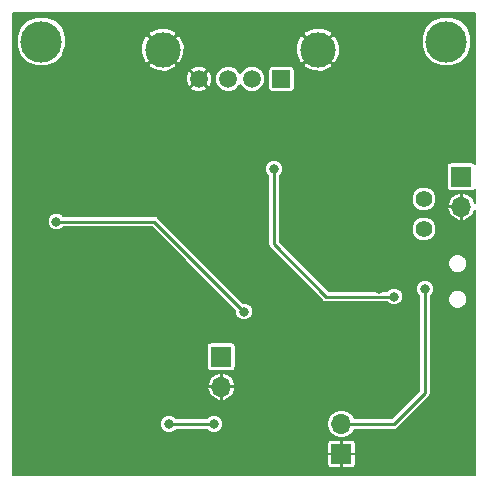
<source format=gbr>
%TF.GenerationSoftware,KiCad,Pcbnew,5.0.2-bee76a0~70~ubuntu18.04.1*%
%TF.CreationDate,2019-02-03T16:19:42+02:00*%
%TF.ProjectId,1Cell_LiPO_BOOST_converter,3143656c-6c5f-44c6-9950-4f5f424f4f53,A*%
%TF.SameCoordinates,Original*%
%TF.FileFunction,Copper,L2,Bot*%
%TF.FilePolarity,Positive*%
%FSLAX46Y46*%
G04 Gerber Fmt 4.6, Leading zero omitted, Abs format (unit mm)*
G04 Created by KiCad (PCBNEW 5.0.2-bee76a0~70~ubuntu18.04.1) date 2019 m. vasario 03 d. 16:19:42*
%MOMM*%
%LPD*%
G01*
G04 APERTURE LIST*
%ADD10C,1.500000*%
%ADD11R,1.500000X1.500000*%
%ADD12C,3.000000*%
%ADD13R,1.700000X1.700000*%
%ADD14O,1.700000X1.700000*%
%ADD15C,1.400000*%
%ADD16C,3.500000*%
%ADD17C,0.800000*%
%ADD18C,0.250000*%
%ADD19C,0.200000*%
G04 APERTURE END LIST*
D10*
X143495000Y-87630000D03*
X145995000Y-87630000D03*
X147995000Y-87630000D03*
D11*
X150495000Y-87630000D03*
D12*
X153565000Y-85130000D03*
X140425000Y-85130000D03*
D13*
X145415000Y-111125000D03*
D14*
X145415000Y-113665000D03*
D15*
X162560000Y-100330000D03*
X162560000Y-97790000D03*
D13*
X155575000Y-119380000D03*
D14*
X155575000Y-116840000D03*
D13*
X165735000Y-95885000D03*
D14*
X165735000Y-98425000D03*
D16*
X130175000Y-84455000D03*
X164465000Y-84455000D03*
D17*
X132715000Y-111760000D03*
X136525000Y-111760000D03*
X153670000Y-110490000D03*
X153035000Y-106045000D03*
X158115000Y-99695000D03*
X158750000Y-105410000D03*
X137160000Y-104140000D03*
X145415000Y-107315000D03*
X160020000Y-106045000D03*
X149860000Y-95250000D03*
X140970000Y-116840000D03*
X144780000Y-116840000D03*
X131445000Y-99695000D03*
X147320000Y-107315000D03*
X162650000Y-105410000D03*
D18*
X154305000Y-106045000D02*
X160020000Y-106045000D01*
X149860000Y-95250000D02*
X149860000Y-101600000D01*
X149860000Y-101600000D02*
X154305000Y-106045000D01*
X140970000Y-116840000D02*
X144780000Y-116840000D01*
X131445000Y-99695000D02*
X139700000Y-99695000D01*
X139700000Y-99695000D02*
X147320000Y-107315000D01*
X162650000Y-114210000D02*
X162650000Y-105410000D01*
X155575000Y-116840000D02*
X160020000Y-116840000D01*
X160020000Y-116840000D02*
X162650000Y-114210000D01*
D19*
G36*
X166891001Y-94855780D02*
X166840220Y-94779780D01*
X166723124Y-94701540D01*
X166585000Y-94674065D01*
X164885000Y-94674065D01*
X164746876Y-94701540D01*
X164629780Y-94779780D01*
X164551540Y-94896876D01*
X164524065Y-95035000D01*
X164524065Y-96735000D01*
X164551540Y-96873124D01*
X164629780Y-96990220D01*
X164746876Y-97068460D01*
X164885000Y-97095935D01*
X166585000Y-97095935D01*
X166723124Y-97068460D01*
X166840220Y-96990220D01*
X166891001Y-96914220D01*
X166891001Y-98122466D01*
X166724684Y-97739326D01*
X166386953Y-97412784D01*
X165949968Y-97240343D01*
X165762000Y-97309800D01*
X165762000Y-98398000D01*
X165782000Y-98398000D01*
X165782000Y-98452000D01*
X165762000Y-98452000D01*
X165762000Y-99540200D01*
X165949968Y-99609657D01*
X166386953Y-99437216D01*
X166724684Y-99110674D01*
X166891001Y-98727534D01*
X166891000Y-121171000D01*
X127749000Y-121171000D01*
X127749000Y-119495500D01*
X154371000Y-119495500D01*
X154371000Y-120300415D01*
X154424893Y-120430525D01*
X154524475Y-120530107D01*
X154654585Y-120584000D01*
X155459500Y-120584000D01*
X155548000Y-120495500D01*
X155548000Y-119407000D01*
X155602000Y-119407000D01*
X155602000Y-120495500D01*
X155690500Y-120584000D01*
X156495415Y-120584000D01*
X156625525Y-120530107D01*
X156725107Y-120430525D01*
X156779000Y-120300415D01*
X156779000Y-119495500D01*
X156690500Y-119407000D01*
X155602000Y-119407000D01*
X155548000Y-119407000D01*
X154459500Y-119407000D01*
X154371000Y-119495500D01*
X127749000Y-119495500D01*
X127749000Y-118459585D01*
X154371000Y-118459585D01*
X154371000Y-119264500D01*
X154459500Y-119353000D01*
X155548000Y-119353000D01*
X155548000Y-118264500D01*
X155602000Y-118264500D01*
X155602000Y-119353000D01*
X156690500Y-119353000D01*
X156779000Y-119264500D01*
X156779000Y-118459585D01*
X156725107Y-118329475D01*
X156625525Y-118229893D01*
X156495415Y-118176000D01*
X155690500Y-118176000D01*
X155602000Y-118264500D01*
X155548000Y-118264500D01*
X155459500Y-118176000D01*
X154654585Y-118176000D01*
X154524475Y-118229893D01*
X154424893Y-118329475D01*
X154371000Y-118459585D01*
X127749000Y-118459585D01*
X127749000Y-116690020D01*
X140216000Y-116690020D01*
X140216000Y-116989980D01*
X140330789Y-117267107D01*
X140542893Y-117479211D01*
X140820020Y-117594000D01*
X141119980Y-117594000D01*
X141397107Y-117479211D01*
X141557318Y-117319000D01*
X144192682Y-117319000D01*
X144352893Y-117479211D01*
X144630020Y-117594000D01*
X144929980Y-117594000D01*
X145207107Y-117479211D01*
X145419211Y-117267107D01*
X145534000Y-116989980D01*
X145534000Y-116840000D01*
X154347413Y-116840000D01*
X154440857Y-117309777D01*
X154706965Y-117708035D01*
X155105223Y-117974143D01*
X155456420Y-118044000D01*
X155693580Y-118044000D01*
X156044777Y-117974143D01*
X156443035Y-117708035D01*
X156702980Y-117319000D01*
X159972825Y-117319000D01*
X160020000Y-117328384D01*
X160067175Y-117319000D01*
X160067176Y-117319000D01*
X160206896Y-117291208D01*
X160365340Y-117185340D01*
X160392067Y-117145340D01*
X162955344Y-114582064D01*
X162995340Y-114555340D01*
X163101208Y-114396896D01*
X163129000Y-114257176D01*
X163129000Y-114257175D01*
X163138384Y-114210000D01*
X163129000Y-114162825D01*
X163129000Y-106115075D01*
X164626000Y-106115075D01*
X164626000Y-106434925D01*
X164748402Y-106730429D01*
X164974571Y-106956598D01*
X165270075Y-107079000D01*
X165589925Y-107079000D01*
X165885429Y-106956598D01*
X166111598Y-106730429D01*
X166234000Y-106434925D01*
X166234000Y-106115075D01*
X166111598Y-105819571D01*
X165885429Y-105593402D01*
X165589925Y-105471000D01*
X165270075Y-105471000D01*
X164974571Y-105593402D01*
X164748402Y-105819571D01*
X164626000Y-106115075D01*
X163129000Y-106115075D01*
X163129000Y-105997318D01*
X163289211Y-105837107D01*
X163404000Y-105559980D01*
X163404000Y-105260020D01*
X163289211Y-104982893D01*
X163077107Y-104770789D01*
X162799980Y-104656000D01*
X162500020Y-104656000D01*
X162222893Y-104770789D01*
X162010789Y-104982893D01*
X161896000Y-105260020D01*
X161896000Y-105559980D01*
X162010789Y-105837107D01*
X162171001Y-105997319D01*
X162171000Y-114011592D01*
X159821593Y-116361000D01*
X156702980Y-116361000D01*
X156443035Y-115971965D01*
X156044777Y-115705857D01*
X155693580Y-115636000D01*
X155456420Y-115636000D01*
X155105223Y-115705857D01*
X154706965Y-115971965D01*
X154440857Y-116370223D01*
X154347413Y-116840000D01*
X145534000Y-116840000D01*
X145534000Y-116690020D01*
X145419211Y-116412893D01*
X145207107Y-116200789D01*
X144929980Y-116086000D01*
X144630020Y-116086000D01*
X144352893Y-116200789D01*
X144192682Y-116361000D01*
X141557318Y-116361000D01*
X141397107Y-116200789D01*
X141119980Y-116086000D01*
X140820020Y-116086000D01*
X140542893Y-116200789D01*
X140330789Y-116412893D01*
X140216000Y-116690020D01*
X127749000Y-116690020D01*
X127749000Y-113879967D01*
X144230346Y-113879967D01*
X144238255Y-113919745D01*
X144425316Y-114350674D01*
X144763047Y-114677216D01*
X145200032Y-114849657D01*
X145388000Y-114780200D01*
X145388000Y-113692000D01*
X145442000Y-113692000D01*
X145442000Y-114780200D01*
X145629968Y-114849657D01*
X146066953Y-114677216D01*
X146404684Y-114350674D01*
X146591745Y-113919745D01*
X146599654Y-113879967D01*
X146530173Y-113692000D01*
X145442000Y-113692000D01*
X145388000Y-113692000D01*
X144299827Y-113692000D01*
X144230346Y-113879967D01*
X127749000Y-113879967D01*
X127749000Y-113450033D01*
X144230346Y-113450033D01*
X144299827Y-113638000D01*
X145388000Y-113638000D01*
X145388000Y-112549800D01*
X145442000Y-112549800D01*
X145442000Y-113638000D01*
X146530173Y-113638000D01*
X146599654Y-113450033D01*
X146591745Y-113410255D01*
X146404684Y-112979326D01*
X146066953Y-112652784D01*
X145629968Y-112480343D01*
X145442000Y-112549800D01*
X145388000Y-112549800D01*
X145200032Y-112480343D01*
X144763047Y-112652784D01*
X144425316Y-112979326D01*
X144238255Y-113410255D01*
X144230346Y-113450033D01*
X127749000Y-113450033D01*
X127749000Y-110275000D01*
X144204065Y-110275000D01*
X144204065Y-111975000D01*
X144231540Y-112113124D01*
X144309780Y-112230220D01*
X144426876Y-112308460D01*
X144565000Y-112335935D01*
X146265000Y-112335935D01*
X146403124Y-112308460D01*
X146520220Y-112230220D01*
X146598460Y-112113124D01*
X146625935Y-111975000D01*
X146625935Y-110275000D01*
X146598460Y-110136876D01*
X146520220Y-110019780D01*
X146403124Y-109941540D01*
X146265000Y-109914065D01*
X144565000Y-109914065D01*
X144426876Y-109941540D01*
X144309780Y-110019780D01*
X144231540Y-110136876D01*
X144204065Y-110275000D01*
X127749000Y-110275000D01*
X127749000Y-99545020D01*
X130691000Y-99545020D01*
X130691000Y-99844980D01*
X130805789Y-100122107D01*
X131017893Y-100334211D01*
X131295020Y-100449000D01*
X131594980Y-100449000D01*
X131872107Y-100334211D01*
X132032318Y-100174000D01*
X139501593Y-100174000D01*
X146566000Y-107238408D01*
X146566000Y-107464980D01*
X146680789Y-107742107D01*
X146892893Y-107954211D01*
X147170020Y-108069000D01*
X147469980Y-108069000D01*
X147747107Y-107954211D01*
X147959211Y-107742107D01*
X148074000Y-107464980D01*
X148074000Y-107165020D01*
X147959211Y-106887893D01*
X147747107Y-106675789D01*
X147469980Y-106561000D01*
X147243408Y-106561000D01*
X140072067Y-99389660D01*
X140045340Y-99349660D01*
X139886896Y-99243792D01*
X139747176Y-99216000D01*
X139747175Y-99216000D01*
X139700000Y-99206616D01*
X139652825Y-99216000D01*
X132032318Y-99216000D01*
X131872107Y-99055789D01*
X131594980Y-98941000D01*
X131295020Y-98941000D01*
X131017893Y-99055789D01*
X130805789Y-99267893D01*
X130691000Y-99545020D01*
X127749000Y-99545020D01*
X127749000Y-95100020D01*
X149106000Y-95100020D01*
X149106000Y-95399980D01*
X149220789Y-95677107D01*
X149381000Y-95837318D01*
X149381001Y-101552820D01*
X149371616Y-101600000D01*
X149408793Y-101786896D01*
X149514661Y-101945340D01*
X149554658Y-101972065D01*
X153932935Y-106350343D01*
X153959660Y-106390340D01*
X154082034Y-106472107D01*
X154118102Y-106496207D01*
X154118103Y-106496207D01*
X154118104Y-106496208D01*
X154257824Y-106524000D01*
X154304999Y-106533384D01*
X154352174Y-106524000D01*
X159432682Y-106524000D01*
X159592893Y-106684211D01*
X159870020Y-106799000D01*
X160169980Y-106799000D01*
X160447107Y-106684211D01*
X160659211Y-106472107D01*
X160774000Y-106194980D01*
X160774000Y-105895020D01*
X160659211Y-105617893D01*
X160447107Y-105405789D01*
X160169980Y-105291000D01*
X159870020Y-105291000D01*
X159592893Y-105405789D01*
X159432682Y-105566000D01*
X154503408Y-105566000D01*
X152052483Y-103115075D01*
X164626000Y-103115075D01*
X164626000Y-103434925D01*
X164748402Y-103730429D01*
X164974571Y-103956598D01*
X165270075Y-104079000D01*
X165589925Y-104079000D01*
X165885429Y-103956598D01*
X166111598Y-103730429D01*
X166234000Y-103434925D01*
X166234000Y-103115075D01*
X166111598Y-102819571D01*
X165885429Y-102593402D01*
X165589925Y-102471000D01*
X165270075Y-102471000D01*
X164974571Y-102593402D01*
X164748402Y-102819571D01*
X164626000Y-103115075D01*
X152052483Y-103115075D01*
X150339000Y-101401593D01*
X150339000Y-100120346D01*
X161506000Y-100120346D01*
X161506000Y-100539654D01*
X161666462Y-100927043D01*
X161962957Y-101223538D01*
X162350346Y-101384000D01*
X162769654Y-101384000D01*
X163157043Y-101223538D01*
X163453538Y-100927043D01*
X163614000Y-100539654D01*
X163614000Y-100120346D01*
X163453538Y-99732957D01*
X163157043Y-99436462D01*
X162769654Y-99276000D01*
X162350346Y-99276000D01*
X161962957Y-99436462D01*
X161666462Y-99732957D01*
X161506000Y-100120346D01*
X150339000Y-100120346D01*
X150339000Y-97580346D01*
X161506000Y-97580346D01*
X161506000Y-97999654D01*
X161666462Y-98387043D01*
X161962957Y-98683538D01*
X162350346Y-98844000D01*
X162769654Y-98844000D01*
X163157043Y-98683538D01*
X163200614Y-98639967D01*
X164550346Y-98639967D01*
X164558255Y-98679745D01*
X164745316Y-99110674D01*
X165083047Y-99437216D01*
X165520032Y-99609657D01*
X165708000Y-99540200D01*
X165708000Y-98452000D01*
X164619827Y-98452000D01*
X164550346Y-98639967D01*
X163200614Y-98639967D01*
X163453538Y-98387043D01*
X163526858Y-98210033D01*
X164550346Y-98210033D01*
X164619827Y-98398000D01*
X165708000Y-98398000D01*
X165708000Y-97309800D01*
X165520032Y-97240343D01*
X165083047Y-97412784D01*
X164745316Y-97739326D01*
X164558255Y-98170255D01*
X164550346Y-98210033D01*
X163526858Y-98210033D01*
X163614000Y-97999654D01*
X163614000Y-97580346D01*
X163453538Y-97192957D01*
X163157043Y-96896462D01*
X162769654Y-96736000D01*
X162350346Y-96736000D01*
X161962957Y-96896462D01*
X161666462Y-97192957D01*
X161506000Y-97580346D01*
X150339000Y-97580346D01*
X150339000Y-95837318D01*
X150499211Y-95677107D01*
X150614000Y-95399980D01*
X150614000Y-95100020D01*
X150499211Y-94822893D01*
X150287107Y-94610789D01*
X150009980Y-94496000D01*
X149710020Y-94496000D01*
X149432893Y-94610789D01*
X149220789Y-94822893D01*
X149106000Y-95100020D01*
X127749000Y-95100020D01*
X127749000Y-88382204D01*
X142780980Y-88382204D01*
X142855406Y-88556261D01*
X143258557Y-88730516D01*
X143697705Y-88737227D01*
X144105993Y-88575373D01*
X144134594Y-88556261D01*
X144209020Y-88382204D01*
X143495000Y-87668184D01*
X142780980Y-88382204D01*
X127749000Y-88382204D01*
X127749000Y-87832705D01*
X142387773Y-87832705D01*
X142549627Y-88240993D01*
X142568739Y-88269594D01*
X142742796Y-88344020D01*
X143456816Y-87630000D01*
X143533184Y-87630000D01*
X144247204Y-88344020D01*
X144421261Y-88269594D01*
X144595516Y-87866443D01*
X144602227Y-87427295D01*
X144595530Y-87410401D01*
X144891000Y-87410401D01*
X144891000Y-87849599D01*
X145059074Y-88255366D01*
X145369634Y-88565926D01*
X145775401Y-88734000D01*
X146214599Y-88734000D01*
X146620366Y-88565926D01*
X146930926Y-88255366D01*
X146995000Y-88100678D01*
X147059074Y-88255366D01*
X147369634Y-88565926D01*
X147775401Y-88734000D01*
X148214599Y-88734000D01*
X148620366Y-88565926D01*
X148930926Y-88255366D01*
X149099000Y-87849599D01*
X149099000Y-87410401D01*
X148930926Y-87004634D01*
X148806292Y-86880000D01*
X149384065Y-86880000D01*
X149384065Y-88380000D01*
X149411540Y-88518124D01*
X149489780Y-88635220D01*
X149606876Y-88713460D01*
X149745000Y-88740935D01*
X151245000Y-88740935D01*
X151383124Y-88713460D01*
X151500220Y-88635220D01*
X151578460Y-88518124D01*
X151605935Y-88380000D01*
X151605935Y-86880000D01*
X151578460Y-86741876D01*
X151500220Y-86624780D01*
X151383124Y-86546540D01*
X151245000Y-86519065D01*
X149745000Y-86519065D01*
X149606876Y-86546540D01*
X149489780Y-86624780D01*
X149411540Y-86741876D01*
X149384065Y-86880000D01*
X148806292Y-86880000D01*
X148620366Y-86694074D01*
X148214599Y-86526000D01*
X147775401Y-86526000D01*
X147369634Y-86694074D01*
X147059074Y-87004634D01*
X146995000Y-87159322D01*
X146930926Y-87004634D01*
X146620366Y-86694074D01*
X146214599Y-86526000D01*
X145775401Y-86526000D01*
X145369634Y-86694074D01*
X145059074Y-87004634D01*
X144891000Y-87410401D01*
X144595530Y-87410401D01*
X144440373Y-87019007D01*
X144421261Y-86990406D01*
X144247204Y-86915980D01*
X143533184Y-87630000D01*
X143456816Y-87630000D01*
X142742796Y-86915980D01*
X142568739Y-86990406D01*
X142394484Y-87393557D01*
X142387773Y-87832705D01*
X127749000Y-87832705D01*
X127749000Y-84036488D01*
X128071000Y-84036488D01*
X128071000Y-84873512D01*
X128391315Y-85646820D01*
X128983180Y-86238685D01*
X129756488Y-86559000D01*
X130593512Y-86559000D01*
X130921772Y-86423030D01*
X139170154Y-86423030D01*
X139335853Y-86675017D01*
X140010012Y-86974208D01*
X140747349Y-86992635D01*
X141045450Y-86877796D01*
X142780980Y-86877796D01*
X143495000Y-87591816D01*
X144209020Y-86877796D01*
X144134594Y-86703739D01*
X143731443Y-86529484D01*
X143292295Y-86522773D01*
X142884007Y-86684627D01*
X142855406Y-86703739D01*
X142780980Y-86877796D01*
X141045450Y-86877796D01*
X141435611Y-86727493D01*
X141514147Y-86675017D01*
X141679846Y-86423030D01*
X152310154Y-86423030D01*
X152475853Y-86675017D01*
X153150012Y-86974208D01*
X153887349Y-86992635D01*
X154575611Y-86727493D01*
X154654147Y-86675017D01*
X154819846Y-86423030D01*
X153565000Y-85168184D01*
X152310154Y-86423030D01*
X141679846Y-86423030D01*
X140425000Y-85168184D01*
X139170154Y-86423030D01*
X130921772Y-86423030D01*
X131366820Y-86238685D01*
X131958685Y-85646820D01*
X132039237Y-85452349D01*
X138562365Y-85452349D01*
X138827507Y-86140611D01*
X138879983Y-86219147D01*
X139131970Y-86384846D01*
X140386816Y-85130000D01*
X140463184Y-85130000D01*
X141718030Y-86384846D01*
X141970017Y-86219147D01*
X142269208Y-85544988D01*
X142271523Y-85452349D01*
X151702365Y-85452349D01*
X151967507Y-86140611D01*
X152019983Y-86219147D01*
X152271970Y-86384846D01*
X153526816Y-85130000D01*
X153603184Y-85130000D01*
X154858030Y-86384846D01*
X155110017Y-86219147D01*
X155409208Y-85544988D01*
X155427635Y-84807651D01*
X155162493Y-84119389D01*
X155110017Y-84040853D01*
X155103379Y-84036488D01*
X162361000Y-84036488D01*
X162361000Y-84873512D01*
X162681315Y-85646820D01*
X163273180Y-86238685D01*
X164046488Y-86559000D01*
X164883512Y-86559000D01*
X165656820Y-86238685D01*
X166248685Y-85646820D01*
X166569000Y-84873512D01*
X166569000Y-84036488D01*
X166248685Y-83263180D01*
X165656820Y-82671315D01*
X164883512Y-82351000D01*
X164046488Y-82351000D01*
X163273180Y-82671315D01*
X162681315Y-83263180D01*
X162361000Y-84036488D01*
X155103379Y-84036488D01*
X154858030Y-83875154D01*
X153603184Y-85130000D01*
X153526816Y-85130000D01*
X152271970Y-83875154D01*
X152019983Y-84040853D01*
X151720792Y-84715012D01*
X151702365Y-85452349D01*
X142271523Y-85452349D01*
X142287635Y-84807651D01*
X142022493Y-84119389D01*
X141970017Y-84040853D01*
X141718030Y-83875154D01*
X140463184Y-85130000D01*
X140386816Y-85130000D01*
X139131970Y-83875154D01*
X138879983Y-84040853D01*
X138580792Y-84715012D01*
X138562365Y-85452349D01*
X132039237Y-85452349D01*
X132279000Y-84873512D01*
X132279000Y-84036488D01*
X132196357Y-83836970D01*
X139170154Y-83836970D01*
X140425000Y-85091816D01*
X141679846Y-83836970D01*
X152310154Y-83836970D01*
X153565000Y-85091816D01*
X154819846Y-83836970D01*
X154654147Y-83584983D01*
X153979988Y-83285792D01*
X153242651Y-83267365D01*
X152554389Y-83532507D01*
X152475853Y-83584983D01*
X152310154Y-83836970D01*
X141679846Y-83836970D01*
X141514147Y-83584983D01*
X140839988Y-83285792D01*
X140102651Y-83267365D01*
X139414389Y-83532507D01*
X139335853Y-83584983D01*
X139170154Y-83836970D01*
X132196357Y-83836970D01*
X131958685Y-83263180D01*
X131366820Y-82671315D01*
X130593512Y-82351000D01*
X129756488Y-82351000D01*
X128983180Y-82671315D01*
X128391315Y-83263180D01*
X128071000Y-84036488D01*
X127749000Y-84036488D01*
X127749000Y-82029000D01*
X166891001Y-82029000D01*
X166891001Y-94855780D01*
X166891001Y-94855780D01*
G37*
X166891001Y-94855780D02*
X166840220Y-94779780D01*
X166723124Y-94701540D01*
X166585000Y-94674065D01*
X164885000Y-94674065D01*
X164746876Y-94701540D01*
X164629780Y-94779780D01*
X164551540Y-94896876D01*
X164524065Y-95035000D01*
X164524065Y-96735000D01*
X164551540Y-96873124D01*
X164629780Y-96990220D01*
X164746876Y-97068460D01*
X164885000Y-97095935D01*
X166585000Y-97095935D01*
X166723124Y-97068460D01*
X166840220Y-96990220D01*
X166891001Y-96914220D01*
X166891001Y-98122466D01*
X166724684Y-97739326D01*
X166386953Y-97412784D01*
X165949968Y-97240343D01*
X165762000Y-97309800D01*
X165762000Y-98398000D01*
X165782000Y-98398000D01*
X165782000Y-98452000D01*
X165762000Y-98452000D01*
X165762000Y-99540200D01*
X165949968Y-99609657D01*
X166386953Y-99437216D01*
X166724684Y-99110674D01*
X166891001Y-98727534D01*
X166891000Y-121171000D01*
X127749000Y-121171000D01*
X127749000Y-119495500D01*
X154371000Y-119495500D01*
X154371000Y-120300415D01*
X154424893Y-120430525D01*
X154524475Y-120530107D01*
X154654585Y-120584000D01*
X155459500Y-120584000D01*
X155548000Y-120495500D01*
X155548000Y-119407000D01*
X155602000Y-119407000D01*
X155602000Y-120495500D01*
X155690500Y-120584000D01*
X156495415Y-120584000D01*
X156625525Y-120530107D01*
X156725107Y-120430525D01*
X156779000Y-120300415D01*
X156779000Y-119495500D01*
X156690500Y-119407000D01*
X155602000Y-119407000D01*
X155548000Y-119407000D01*
X154459500Y-119407000D01*
X154371000Y-119495500D01*
X127749000Y-119495500D01*
X127749000Y-118459585D01*
X154371000Y-118459585D01*
X154371000Y-119264500D01*
X154459500Y-119353000D01*
X155548000Y-119353000D01*
X155548000Y-118264500D01*
X155602000Y-118264500D01*
X155602000Y-119353000D01*
X156690500Y-119353000D01*
X156779000Y-119264500D01*
X156779000Y-118459585D01*
X156725107Y-118329475D01*
X156625525Y-118229893D01*
X156495415Y-118176000D01*
X155690500Y-118176000D01*
X155602000Y-118264500D01*
X155548000Y-118264500D01*
X155459500Y-118176000D01*
X154654585Y-118176000D01*
X154524475Y-118229893D01*
X154424893Y-118329475D01*
X154371000Y-118459585D01*
X127749000Y-118459585D01*
X127749000Y-116690020D01*
X140216000Y-116690020D01*
X140216000Y-116989980D01*
X140330789Y-117267107D01*
X140542893Y-117479211D01*
X140820020Y-117594000D01*
X141119980Y-117594000D01*
X141397107Y-117479211D01*
X141557318Y-117319000D01*
X144192682Y-117319000D01*
X144352893Y-117479211D01*
X144630020Y-117594000D01*
X144929980Y-117594000D01*
X145207107Y-117479211D01*
X145419211Y-117267107D01*
X145534000Y-116989980D01*
X145534000Y-116840000D01*
X154347413Y-116840000D01*
X154440857Y-117309777D01*
X154706965Y-117708035D01*
X155105223Y-117974143D01*
X155456420Y-118044000D01*
X155693580Y-118044000D01*
X156044777Y-117974143D01*
X156443035Y-117708035D01*
X156702980Y-117319000D01*
X159972825Y-117319000D01*
X160020000Y-117328384D01*
X160067175Y-117319000D01*
X160067176Y-117319000D01*
X160206896Y-117291208D01*
X160365340Y-117185340D01*
X160392067Y-117145340D01*
X162955344Y-114582064D01*
X162995340Y-114555340D01*
X163101208Y-114396896D01*
X163129000Y-114257176D01*
X163129000Y-114257175D01*
X163138384Y-114210000D01*
X163129000Y-114162825D01*
X163129000Y-106115075D01*
X164626000Y-106115075D01*
X164626000Y-106434925D01*
X164748402Y-106730429D01*
X164974571Y-106956598D01*
X165270075Y-107079000D01*
X165589925Y-107079000D01*
X165885429Y-106956598D01*
X166111598Y-106730429D01*
X166234000Y-106434925D01*
X166234000Y-106115075D01*
X166111598Y-105819571D01*
X165885429Y-105593402D01*
X165589925Y-105471000D01*
X165270075Y-105471000D01*
X164974571Y-105593402D01*
X164748402Y-105819571D01*
X164626000Y-106115075D01*
X163129000Y-106115075D01*
X163129000Y-105997318D01*
X163289211Y-105837107D01*
X163404000Y-105559980D01*
X163404000Y-105260020D01*
X163289211Y-104982893D01*
X163077107Y-104770789D01*
X162799980Y-104656000D01*
X162500020Y-104656000D01*
X162222893Y-104770789D01*
X162010789Y-104982893D01*
X161896000Y-105260020D01*
X161896000Y-105559980D01*
X162010789Y-105837107D01*
X162171001Y-105997319D01*
X162171000Y-114011592D01*
X159821593Y-116361000D01*
X156702980Y-116361000D01*
X156443035Y-115971965D01*
X156044777Y-115705857D01*
X155693580Y-115636000D01*
X155456420Y-115636000D01*
X155105223Y-115705857D01*
X154706965Y-115971965D01*
X154440857Y-116370223D01*
X154347413Y-116840000D01*
X145534000Y-116840000D01*
X145534000Y-116690020D01*
X145419211Y-116412893D01*
X145207107Y-116200789D01*
X144929980Y-116086000D01*
X144630020Y-116086000D01*
X144352893Y-116200789D01*
X144192682Y-116361000D01*
X141557318Y-116361000D01*
X141397107Y-116200789D01*
X141119980Y-116086000D01*
X140820020Y-116086000D01*
X140542893Y-116200789D01*
X140330789Y-116412893D01*
X140216000Y-116690020D01*
X127749000Y-116690020D01*
X127749000Y-113879967D01*
X144230346Y-113879967D01*
X144238255Y-113919745D01*
X144425316Y-114350674D01*
X144763047Y-114677216D01*
X145200032Y-114849657D01*
X145388000Y-114780200D01*
X145388000Y-113692000D01*
X145442000Y-113692000D01*
X145442000Y-114780200D01*
X145629968Y-114849657D01*
X146066953Y-114677216D01*
X146404684Y-114350674D01*
X146591745Y-113919745D01*
X146599654Y-113879967D01*
X146530173Y-113692000D01*
X145442000Y-113692000D01*
X145388000Y-113692000D01*
X144299827Y-113692000D01*
X144230346Y-113879967D01*
X127749000Y-113879967D01*
X127749000Y-113450033D01*
X144230346Y-113450033D01*
X144299827Y-113638000D01*
X145388000Y-113638000D01*
X145388000Y-112549800D01*
X145442000Y-112549800D01*
X145442000Y-113638000D01*
X146530173Y-113638000D01*
X146599654Y-113450033D01*
X146591745Y-113410255D01*
X146404684Y-112979326D01*
X146066953Y-112652784D01*
X145629968Y-112480343D01*
X145442000Y-112549800D01*
X145388000Y-112549800D01*
X145200032Y-112480343D01*
X144763047Y-112652784D01*
X144425316Y-112979326D01*
X144238255Y-113410255D01*
X144230346Y-113450033D01*
X127749000Y-113450033D01*
X127749000Y-110275000D01*
X144204065Y-110275000D01*
X144204065Y-111975000D01*
X144231540Y-112113124D01*
X144309780Y-112230220D01*
X144426876Y-112308460D01*
X144565000Y-112335935D01*
X146265000Y-112335935D01*
X146403124Y-112308460D01*
X146520220Y-112230220D01*
X146598460Y-112113124D01*
X146625935Y-111975000D01*
X146625935Y-110275000D01*
X146598460Y-110136876D01*
X146520220Y-110019780D01*
X146403124Y-109941540D01*
X146265000Y-109914065D01*
X144565000Y-109914065D01*
X144426876Y-109941540D01*
X144309780Y-110019780D01*
X144231540Y-110136876D01*
X144204065Y-110275000D01*
X127749000Y-110275000D01*
X127749000Y-99545020D01*
X130691000Y-99545020D01*
X130691000Y-99844980D01*
X130805789Y-100122107D01*
X131017893Y-100334211D01*
X131295020Y-100449000D01*
X131594980Y-100449000D01*
X131872107Y-100334211D01*
X132032318Y-100174000D01*
X139501593Y-100174000D01*
X146566000Y-107238408D01*
X146566000Y-107464980D01*
X146680789Y-107742107D01*
X146892893Y-107954211D01*
X147170020Y-108069000D01*
X147469980Y-108069000D01*
X147747107Y-107954211D01*
X147959211Y-107742107D01*
X148074000Y-107464980D01*
X148074000Y-107165020D01*
X147959211Y-106887893D01*
X147747107Y-106675789D01*
X147469980Y-106561000D01*
X147243408Y-106561000D01*
X140072067Y-99389660D01*
X140045340Y-99349660D01*
X139886896Y-99243792D01*
X139747176Y-99216000D01*
X139747175Y-99216000D01*
X139700000Y-99206616D01*
X139652825Y-99216000D01*
X132032318Y-99216000D01*
X131872107Y-99055789D01*
X131594980Y-98941000D01*
X131295020Y-98941000D01*
X131017893Y-99055789D01*
X130805789Y-99267893D01*
X130691000Y-99545020D01*
X127749000Y-99545020D01*
X127749000Y-95100020D01*
X149106000Y-95100020D01*
X149106000Y-95399980D01*
X149220789Y-95677107D01*
X149381000Y-95837318D01*
X149381001Y-101552820D01*
X149371616Y-101600000D01*
X149408793Y-101786896D01*
X149514661Y-101945340D01*
X149554658Y-101972065D01*
X153932935Y-106350343D01*
X153959660Y-106390340D01*
X154082034Y-106472107D01*
X154118102Y-106496207D01*
X154118103Y-106496207D01*
X154118104Y-106496208D01*
X154257824Y-106524000D01*
X154304999Y-106533384D01*
X154352174Y-106524000D01*
X159432682Y-106524000D01*
X159592893Y-106684211D01*
X159870020Y-106799000D01*
X160169980Y-106799000D01*
X160447107Y-106684211D01*
X160659211Y-106472107D01*
X160774000Y-106194980D01*
X160774000Y-105895020D01*
X160659211Y-105617893D01*
X160447107Y-105405789D01*
X160169980Y-105291000D01*
X159870020Y-105291000D01*
X159592893Y-105405789D01*
X159432682Y-105566000D01*
X154503408Y-105566000D01*
X152052483Y-103115075D01*
X164626000Y-103115075D01*
X164626000Y-103434925D01*
X164748402Y-103730429D01*
X164974571Y-103956598D01*
X165270075Y-104079000D01*
X165589925Y-104079000D01*
X165885429Y-103956598D01*
X166111598Y-103730429D01*
X166234000Y-103434925D01*
X166234000Y-103115075D01*
X166111598Y-102819571D01*
X165885429Y-102593402D01*
X165589925Y-102471000D01*
X165270075Y-102471000D01*
X164974571Y-102593402D01*
X164748402Y-102819571D01*
X164626000Y-103115075D01*
X152052483Y-103115075D01*
X150339000Y-101401593D01*
X150339000Y-100120346D01*
X161506000Y-100120346D01*
X161506000Y-100539654D01*
X161666462Y-100927043D01*
X161962957Y-101223538D01*
X162350346Y-101384000D01*
X162769654Y-101384000D01*
X163157043Y-101223538D01*
X163453538Y-100927043D01*
X163614000Y-100539654D01*
X163614000Y-100120346D01*
X163453538Y-99732957D01*
X163157043Y-99436462D01*
X162769654Y-99276000D01*
X162350346Y-99276000D01*
X161962957Y-99436462D01*
X161666462Y-99732957D01*
X161506000Y-100120346D01*
X150339000Y-100120346D01*
X150339000Y-97580346D01*
X161506000Y-97580346D01*
X161506000Y-97999654D01*
X161666462Y-98387043D01*
X161962957Y-98683538D01*
X162350346Y-98844000D01*
X162769654Y-98844000D01*
X163157043Y-98683538D01*
X163200614Y-98639967D01*
X164550346Y-98639967D01*
X164558255Y-98679745D01*
X164745316Y-99110674D01*
X165083047Y-99437216D01*
X165520032Y-99609657D01*
X165708000Y-99540200D01*
X165708000Y-98452000D01*
X164619827Y-98452000D01*
X164550346Y-98639967D01*
X163200614Y-98639967D01*
X163453538Y-98387043D01*
X163526858Y-98210033D01*
X164550346Y-98210033D01*
X164619827Y-98398000D01*
X165708000Y-98398000D01*
X165708000Y-97309800D01*
X165520032Y-97240343D01*
X165083047Y-97412784D01*
X164745316Y-97739326D01*
X164558255Y-98170255D01*
X164550346Y-98210033D01*
X163526858Y-98210033D01*
X163614000Y-97999654D01*
X163614000Y-97580346D01*
X163453538Y-97192957D01*
X163157043Y-96896462D01*
X162769654Y-96736000D01*
X162350346Y-96736000D01*
X161962957Y-96896462D01*
X161666462Y-97192957D01*
X161506000Y-97580346D01*
X150339000Y-97580346D01*
X150339000Y-95837318D01*
X150499211Y-95677107D01*
X150614000Y-95399980D01*
X150614000Y-95100020D01*
X150499211Y-94822893D01*
X150287107Y-94610789D01*
X150009980Y-94496000D01*
X149710020Y-94496000D01*
X149432893Y-94610789D01*
X149220789Y-94822893D01*
X149106000Y-95100020D01*
X127749000Y-95100020D01*
X127749000Y-88382204D01*
X142780980Y-88382204D01*
X142855406Y-88556261D01*
X143258557Y-88730516D01*
X143697705Y-88737227D01*
X144105993Y-88575373D01*
X144134594Y-88556261D01*
X144209020Y-88382204D01*
X143495000Y-87668184D01*
X142780980Y-88382204D01*
X127749000Y-88382204D01*
X127749000Y-87832705D01*
X142387773Y-87832705D01*
X142549627Y-88240993D01*
X142568739Y-88269594D01*
X142742796Y-88344020D01*
X143456816Y-87630000D01*
X143533184Y-87630000D01*
X144247204Y-88344020D01*
X144421261Y-88269594D01*
X144595516Y-87866443D01*
X144602227Y-87427295D01*
X144595530Y-87410401D01*
X144891000Y-87410401D01*
X144891000Y-87849599D01*
X145059074Y-88255366D01*
X145369634Y-88565926D01*
X145775401Y-88734000D01*
X146214599Y-88734000D01*
X146620366Y-88565926D01*
X146930926Y-88255366D01*
X146995000Y-88100678D01*
X147059074Y-88255366D01*
X147369634Y-88565926D01*
X147775401Y-88734000D01*
X148214599Y-88734000D01*
X148620366Y-88565926D01*
X148930926Y-88255366D01*
X149099000Y-87849599D01*
X149099000Y-87410401D01*
X148930926Y-87004634D01*
X148806292Y-86880000D01*
X149384065Y-86880000D01*
X149384065Y-88380000D01*
X149411540Y-88518124D01*
X149489780Y-88635220D01*
X149606876Y-88713460D01*
X149745000Y-88740935D01*
X151245000Y-88740935D01*
X151383124Y-88713460D01*
X151500220Y-88635220D01*
X151578460Y-88518124D01*
X151605935Y-88380000D01*
X151605935Y-86880000D01*
X151578460Y-86741876D01*
X151500220Y-86624780D01*
X151383124Y-86546540D01*
X151245000Y-86519065D01*
X149745000Y-86519065D01*
X149606876Y-86546540D01*
X149489780Y-86624780D01*
X149411540Y-86741876D01*
X149384065Y-86880000D01*
X148806292Y-86880000D01*
X148620366Y-86694074D01*
X148214599Y-86526000D01*
X147775401Y-86526000D01*
X147369634Y-86694074D01*
X147059074Y-87004634D01*
X146995000Y-87159322D01*
X146930926Y-87004634D01*
X146620366Y-86694074D01*
X146214599Y-86526000D01*
X145775401Y-86526000D01*
X145369634Y-86694074D01*
X145059074Y-87004634D01*
X144891000Y-87410401D01*
X144595530Y-87410401D01*
X144440373Y-87019007D01*
X144421261Y-86990406D01*
X144247204Y-86915980D01*
X143533184Y-87630000D01*
X143456816Y-87630000D01*
X142742796Y-86915980D01*
X142568739Y-86990406D01*
X142394484Y-87393557D01*
X142387773Y-87832705D01*
X127749000Y-87832705D01*
X127749000Y-84036488D01*
X128071000Y-84036488D01*
X128071000Y-84873512D01*
X128391315Y-85646820D01*
X128983180Y-86238685D01*
X129756488Y-86559000D01*
X130593512Y-86559000D01*
X130921772Y-86423030D01*
X139170154Y-86423030D01*
X139335853Y-86675017D01*
X140010012Y-86974208D01*
X140747349Y-86992635D01*
X141045450Y-86877796D01*
X142780980Y-86877796D01*
X143495000Y-87591816D01*
X144209020Y-86877796D01*
X144134594Y-86703739D01*
X143731443Y-86529484D01*
X143292295Y-86522773D01*
X142884007Y-86684627D01*
X142855406Y-86703739D01*
X142780980Y-86877796D01*
X141045450Y-86877796D01*
X141435611Y-86727493D01*
X141514147Y-86675017D01*
X141679846Y-86423030D01*
X152310154Y-86423030D01*
X152475853Y-86675017D01*
X153150012Y-86974208D01*
X153887349Y-86992635D01*
X154575611Y-86727493D01*
X154654147Y-86675017D01*
X154819846Y-86423030D01*
X153565000Y-85168184D01*
X152310154Y-86423030D01*
X141679846Y-86423030D01*
X140425000Y-85168184D01*
X139170154Y-86423030D01*
X130921772Y-86423030D01*
X131366820Y-86238685D01*
X131958685Y-85646820D01*
X132039237Y-85452349D01*
X138562365Y-85452349D01*
X138827507Y-86140611D01*
X138879983Y-86219147D01*
X139131970Y-86384846D01*
X140386816Y-85130000D01*
X140463184Y-85130000D01*
X141718030Y-86384846D01*
X141970017Y-86219147D01*
X142269208Y-85544988D01*
X142271523Y-85452349D01*
X151702365Y-85452349D01*
X151967507Y-86140611D01*
X152019983Y-86219147D01*
X152271970Y-86384846D01*
X153526816Y-85130000D01*
X153603184Y-85130000D01*
X154858030Y-86384846D01*
X155110017Y-86219147D01*
X155409208Y-85544988D01*
X155427635Y-84807651D01*
X155162493Y-84119389D01*
X155110017Y-84040853D01*
X155103379Y-84036488D01*
X162361000Y-84036488D01*
X162361000Y-84873512D01*
X162681315Y-85646820D01*
X163273180Y-86238685D01*
X164046488Y-86559000D01*
X164883512Y-86559000D01*
X165656820Y-86238685D01*
X166248685Y-85646820D01*
X166569000Y-84873512D01*
X166569000Y-84036488D01*
X166248685Y-83263180D01*
X165656820Y-82671315D01*
X164883512Y-82351000D01*
X164046488Y-82351000D01*
X163273180Y-82671315D01*
X162681315Y-83263180D01*
X162361000Y-84036488D01*
X155103379Y-84036488D01*
X154858030Y-83875154D01*
X153603184Y-85130000D01*
X153526816Y-85130000D01*
X152271970Y-83875154D01*
X152019983Y-84040853D01*
X151720792Y-84715012D01*
X151702365Y-85452349D01*
X142271523Y-85452349D01*
X142287635Y-84807651D01*
X142022493Y-84119389D01*
X141970017Y-84040853D01*
X141718030Y-83875154D01*
X140463184Y-85130000D01*
X140386816Y-85130000D01*
X139131970Y-83875154D01*
X138879983Y-84040853D01*
X138580792Y-84715012D01*
X138562365Y-85452349D01*
X132039237Y-85452349D01*
X132279000Y-84873512D01*
X132279000Y-84036488D01*
X132196357Y-83836970D01*
X139170154Y-83836970D01*
X140425000Y-85091816D01*
X141679846Y-83836970D01*
X152310154Y-83836970D01*
X153565000Y-85091816D01*
X154819846Y-83836970D01*
X154654147Y-83584983D01*
X153979988Y-83285792D01*
X153242651Y-83267365D01*
X152554389Y-83532507D01*
X152475853Y-83584983D01*
X152310154Y-83836970D01*
X141679846Y-83836970D01*
X141514147Y-83584983D01*
X140839988Y-83285792D01*
X140102651Y-83267365D01*
X139414389Y-83532507D01*
X139335853Y-83584983D01*
X139170154Y-83836970D01*
X132196357Y-83836970D01*
X131958685Y-83263180D01*
X131366820Y-82671315D01*
X130593512Y-82351000D01*
X129756488Y-82351000D01*
X128983180Y-82671315D01*
X128391315Y-83263180D01*
X128071000Y-84036488D01*
X127749000Y-84036488D01*
X127749000Y-82029000D01*
X166891001Y-82029000D01*
X166891001Y-94855780D01*
M02*

</source>
